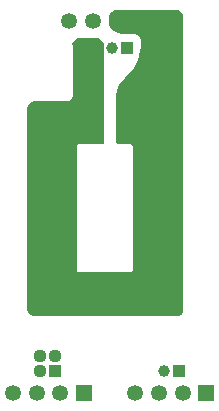
<source format=gbl>
G04*
G04 #@! TF.GenerationSoftware,Altium Limited,Altium Designer,21.7.2 (23)*
G04*
G04 Layer_Physical_Order=4*
G04 Layer_Color=16711680*
%FSAX25Y25*%
%MOIN*%
G70*
G04*
G04 #@! TF.SameCoordinates,43612BD9-7431-4496-A61A-E5E58A6AB67A*
G04*
G04*
G04 #@! TF.FilePolarity,Positive*
G04*
G01*
G75*
%ADD14C,0.04409*%
%ADD15R,0.04409X0.04409*%
%ADD18C,0.05315*%
%ADD19R,0.05315X0.05315*%
%ADD20R,0.03937X0.03937*%
%ADD21C,0.03937*%
G36*
X0186426Y0233140D02*
X0186857Y0233140D01*
X0187653Y0232810D01*
X0188262Y0232201D01*
X0188576Y0231443D01*
X0188592Y0230984D01*
Y0230974D01*
X0188592Y0230974D01*
X0188592Y0230974D01*
Y0132746D01*
Y0132413D01*
X0188337Y0131798D01*
X0187866Y0131327D01*
X0187251Y0131073D01*
X0139198D01*
X0138659Y0131180D01*
X0138151Y0131390D01*
X0137694Y0131695D01*
X0137306Y0132084D01*
X0137001Y0132541D01*
X0136790Y0133048D01*
X0136683Y0133587D01*
Y0133862D01*
Y0199636D01*
Y0199950D01*
X0136805Y0200566D01*
X0137046Y0201146D01*
X0137395Y0201669D01*
X0137839Y0202113D01*
X0138361Y0202462D01*
X0138941Y0202702D01*
X0139557Y0202824D01*
X0139871Y0202824D01*
X0139871Y0202825D01*
X0150403D01*
X0150725Y0202895D01*
X0151299Y0203216D01*
X0151706Y0203732D01*
X0151885Y0204364D01*
X0151879Y0204695D01*
X0151879Y0204695D01*
Y0221241D01*
X0151851Y0221700D01*
X0152150Y0222569D01*
X0152759Y0223259D01*
X0153585Y0223662D01*
X0154044Y0223691D01*
X0154045Y0223691D01*
X0160048Y0223691D01*
X0160536Y0223691D01*
X0161436Y0223318D01*
X0162126Y0222629D01*
X0162499Y0221728D01*
X0162498Y0221241D01*
X0162498Y0221241D01*
X0162499Y0221240D01*
X0162499Y0188859D01*
X0162401Y0188734D01*
X0162160Y0188529D01*
X0162144Y0188520D01*
X0154232D01*
X0153842Y0188442D01*
X0153511Y0188221D01*
X0153290Y0187890D01*
X0153213Y0187500D01*
Y0146850D01*
X0153290Y0146460D01*
X0153511Y0146129D01*
X0153842Y0145908D01*
X0154232Y0145831D01*
X0170965D01*
X0171355Y0145908D01*
X0171686Y0146129D01*
X0171906Y0146460D01*
X0171984Y0146850D01*
Y0187457D01*
Y0187500D01*
X0171906Y0187890D01*
X0171859Y0187962D01*
D01*
X0171686Y0188221D01*
X0171355Y0188442D01*
X0170965Y0188520D01*
X0166822D01*
X0166777Y0188533D01*
X0166348Y0189020D01*
X0166348Y0202946D01*
X0166348Y0203417D01*
X0166348Y0203417D01*
X0166348Y0203417D01*
X0166348Y0203417D01*
X0166348Y0204402D01*
X0166732Y0206334D01*
X0167486Y0208154D01*
X0168580Y0209792D01*
X0169277Y0210489D01*
X0170831Y0212042D01*
X0170831Y0212042D01*
X0170831Y0212043D01*
X0171332Y0212617D01*
X0172242Y0213841D01*
X0173022Y0215152D01*
X0173662Y0216536D01*
X0174155Y0217979D01*
X0174497Y0219466D01*
X0174684Y0220979D01*
X0174713Y0222504D01*
X0174669Y0223266D01*
X0174669Y0223266D01*
X0174316Y0224117D01*
X0173664Y0224769D01*
X0172812Y0225122D01*
X0172352Y0225167D01*
X0168146D01*
X0167234Y0225349D01*
X0166374Y0225705D01*
X0165600Y0226222D01*
X0164942Y0226880D01*
X0164425Y0227654D01*
X0164069Y0228514D01*
X0163887Y0229426D01*
Y0230655D01*
X0163993Y0231188D01*
X0164201Y0231689D01*
X0164502Y0232141D01*
X0164886Y0232524D01*
X0165338Y0232826D01*
X0165839Y0233034D01*
X0166372Y0233140D01*
X0166643D01*
X0186426Y0233140D01*
D02*
G37*
D14*
X0146102Y0117854D02*
D03*
X0141102D02*
D03*
Y0112854D02*
D03*
D15*
X0146102D02*
D03*
D18*
X0132087Y0105413D02*
D03*
X0139961D02*
D03*
X0147835D02*
D03*
X0172835D02*
D03*
X0180709D02*
D03*
X0188583D02*
D03*
X0166535Y0229528D02*
D03*
X0158661D02*
D03*
X0150787D02*
D03*
D19*
X0155709Y0105413D02*
D03*
X0196457D02*
D03*
X0174409Y0229528D02*
D03*
D20*
X0187284Y0112894D02*
D03*
X0170079Y0220472D02*
D03*
D21*
X0182283Y0112894D02*
D03*
X0165079Y0220472D02*
D03*
X0160079D02*
D03*
X0155079D02*
D03*
M02*

</source>
